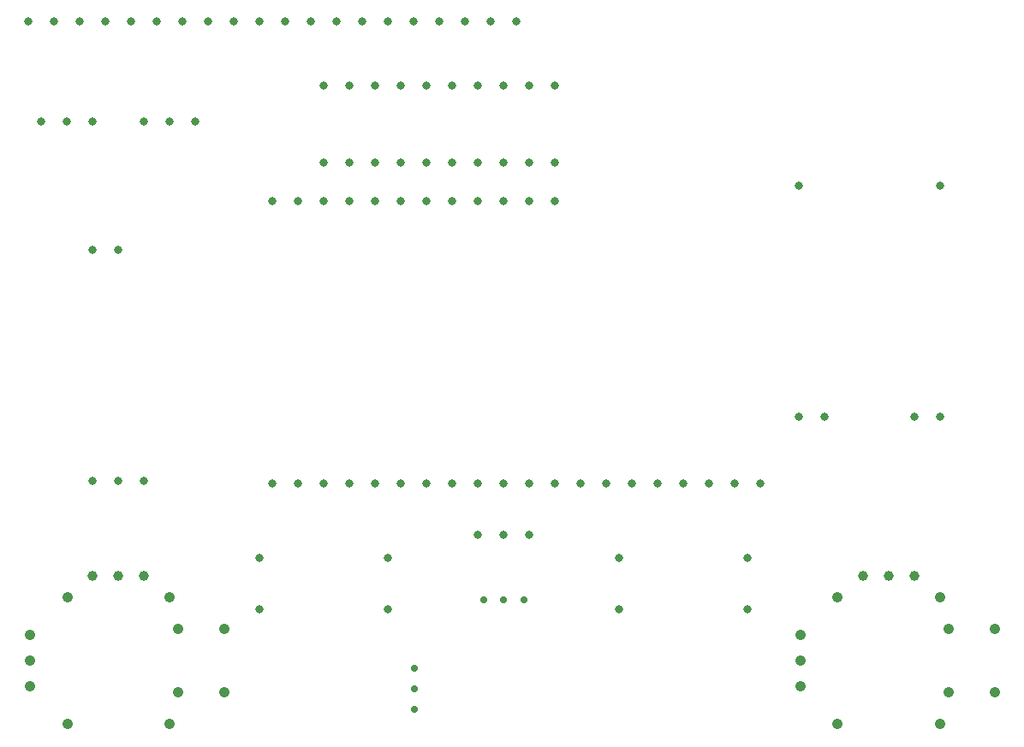
<source format=gbr>
%TF.GenerationSoftware,KiCad,Pcbnew,9.0.0*%
%TF.CreationDate,2025-03-09T03:32:06-07:00*%
%TF.ProjectId,remote,72656d6f-7465-42e6-9b69-6361645f7063,v0.1*%
%TF.SameCoordinates,Original*%
%TF.FileFunction,Plated,1,2,PTH,Drill*%
%TF.FilePolarity,Positive*%
%FSLAX46Y46*%
G04 Gerber Fmt 4.6, Leading zero omitted, Abs format (unit mm)*
G04 Created by KiCad (PCBNEW 9.0.0) date 2025-03-09 03:32:06*
%MOMM*%
%LPD*%
G01*
G04 APERTURE LIST*
%TA.AperFunction,ComponentDrill*%
%ADD10C,0.700000*%
%TD*%
%TA.AperFunction,ComponentDrill*%
%ADD11C,0.800000*%
%TD*%
%TA.AperFunction,ComponentDrill*%
%ADD12C,1.000000*%
%TD*%
%TA.AperFunction,ComponentDrill*%
%ADD13C,1.050000*%
%TD*%
G04 APERTURE END LIST*
D10*
%TO.C,MINI_THUNSTICK1*%
X61069000Y-88189000D03*
X61069000Y-90189000D03*
X61069000Y-92189000D03*
X67869000Y-81389000D03*
X69869000Y-81389000D03*
X71869000Y-81389000D03*
D11*
%TO.C,RGB_LED1*%
X22879000Y-24149000D03*
%TO.C,ON_OFF_SWITCH1*%
X24149000Y-34060058D03*
%TO.C,RGB_LED1*%
X25419000Y-24149000D03*
%TO.C,ON_OFF_SWITCH1*%
X26689000Y-34060058D03*
%TO.C,RGB_LED1*%
X27959000Y-24149000D03*
%TO.C,ON_OFF_SWITCH1*%
X29229000Y-34060058D03*
%TO.C,5V_DC_DC_CONVERTER1*%
X29229000Y-46760058D03*
X29229000Y-69620058D03*
%TO.C,RGB_LED1*%
X30499000Y-24149000D03*
%TO.C,5V_DC_DC_CONVERTER1*%
X31769000Y-46760058D03*
X31769000Y-69620058D03*
%TO.C,RGB_LED2*%
X33039000Y-24149000D03*
%TO.C,UWB_SELECTOR1*%
X34309000Y-34060058D03*
%TO.C,5V_DC_DC_CONVERTER1*%
X34309000Y-69620058D03*
%TO.C,RGB_LED2*%
X35579000Y-24149000D03*
%TO.C,UWB_SELECTOR1*%
X36849000Y-34060058D03*
%TO.C,RGB_LED2*%
X38119000Y-24149000D03*
%TO.C,UWB_SELECTOR1*%
X39389000Y-34060058D03*
%TO.C,RGB_LED2*%
X40659000Y-24149000D03*
%TO.C,RGB_LED3*%
X43199000Y-24149000D03*
%TO.C,BUTTON2*%
X45709000Y-77240058D03*
X45709000Y-82320058D03*
%TO.C,RGB_LED3*%
X45739000Y-24149000D03*
%TO.C,ESP32_UWB1*%
X47009000Y-41929000D03*
X47009000Y-69869000D03*
%TO.C,RGB_LED3*%
X48279000Y-24149000D03*
%TO.C,ESP32_UWB1*%
X49549000Y-41929000D03*
X49549000Y-69869000D03*
%TO.C,RGB_LED3*%
X50819000Y-24149000D03*
%TO.C,R1*%
X52089000Y-30499000D03*
X52089000Y-38119000D03*
%TO.C,ESP32_UWB1*%
X52089000Y-41929000D03*
X52089000Y-69869000D03*
%TO.C,RGB_LED4*%
X53359000Y-24149000D03*
%TO.C,R2*%
X54629000Y-30499000D03*
X54629000Y-38119000D03*
%TO.C,ESP32_UWB1*%
X54629000Y-41929000D03*
X54629000Y-69869000D03*
%TO.C,RGB_LED4*%
X55899000Y-24149000D03*
%TO.C,R3*%
X57169000Y-30499000D03*
X57169000Y-38119000D03*
%TO.C,ESP32_UWB1*%
X57169000Y-41929000D03*
X57169000Y-69869000D03*
%TO.C,BUTTON2*%
X58409000Y-77240058D03*
X58409000Y-82320058D03*
%TO.C,RGB_LED4*%
X58439000Y-24149000D03*
%TO.C,R4*%
X59709000Y-30499000D03*
X59709000Y-38119000D03*
%TO.C,ESP32_UWB1*%
X59709000Y-41929000D03*
X59709000Y-69869000D03*
%TO.C,RGB_LED4*%
X60979000Y-24149000D03*
%TO.C,R5*%
X62249000Y-30499000D03*
X62249000Y-38119000D03*
%TO.C,ESP32_UWB1*%
X62249000Y-41929000D03*
X62249000Y-69869000D03*
%TO.C,RGB_LED5*%
X63519000Y-24149000D03*
%TO.C,R6*%
X64789000Y-30499000D03*
X64789000Y-38119000D03*
%TO.C,ESP32_UWB1*%
X64789000Y-41929000D03*
X64789000Y-69869000D03*
%TO.C,RGB_LED5*%
X66059000Y-24149000D03*
%TO.C,R7*%
X67329000Y-30499000D03*
X67329000Y-38119000D03*
%TO.C,ESP32_UWB1*%
X67329000Y-41929000D03*
X67329000Y-69869000D03*
%TO.C,LOCK_SWITCH1*%
X67329000Y-74949000D03*
%TO.C,RGB_LED5*%
X68599000Y-24149000D03*
%TO.C,R8*%
X69869000Y-30499000D03*
X69869000Y-38119000D03*
%TO.C,ESP32_UWB1*%
X69869000Y-41929000D03*
X69869000Y-69869000D03*
%TO.C,LOCK_SWITCH1*%
X69869000Y-74949000D03*
%TO.C,RGB_LED5*%
X71139000Y-24149000D03*
%TO.C,R9*%
X72409000Y-30499000D03*
X72409000Y-38119000D03*
%TO.C,ESP32_UWB1*%
X72409000Y-41929000D03*
X72409000Y-69869000D03*
%TO.C,LOCK_SWITCH1*%
X72409000Y-74949000D03*
%TO.C,R10*%
X74949000Y-30499000D03*
X74949000Y-38119000D03*
%TO.C,ESP32_UWB1*%
X74949000Y-41929000D03*
X74949000Y-69869000D03*
X77489000Y-69869000D03*
X80029000Y-69869000D03*
%TO.C,BUTTON1*%
X81269000Y-77240058D03*
X81269000Y-82320058D03*
%TO.C,ESP32_UWB1*%
X82569000Y-69869000D03*
X85109000Y-69869000D03*
X87649000Y-69869000D03*
X90189000Y-69869000D03*
X92729000Y-69869000D03*
%TO.C,BUTTON1*%
X93969000Y-77240058D03*
X93969000Y-82320058D03*
%TO.C,ESP32_UWB1*%
X95269000Y-69869000D03*
%TO.C,3.7V_BATTERY_CHARGER1*%
X99079000Y-40410058D03*
X99079000Y-63270058D03*
X101619000Y-63270058D03*
X110509000Y-63270058D03*
X113049000Y-40410058D03*
X113049000Y-63270058D03*
D12*
%TO.C,THUMBSTICK2*%
X29229000Y-79000058D03*
X31769000Y-79000058D03*
X34309000Y-79000058D03*
%TO.C,THUMBSTICK1*%
X105399000Y-79000058D03*
X107939000Y-79000058D03*
X110479000Y-79000058D03*
D13*
%TO.C,THUMBSTICK2*%
X23069000Y-84860058D03*
X23069000Y-87400058D03*
X23069000Y-89940058D03*
X26719000Y-81150058D03*
X26719000Y-93650058D03*
X36819000Y-81150058D03*
X36819000Y-93650058D03*
X37719000Y-84250058D03*
X37719000Y-90550058D03*
X42269000Y-84250058D03*
X42269000Y-90550058D03*
%TO.C,THUMBSTICK1*%
X99239000Y-84860058D03*
X99239000Y-87400058D03*
X99239000Y-89940058D03*
X102889000Y-81150058D03*
X102889000Y-93650058D03*
X112989000Y-81150058D03*
X112989000Y-93650058D03*
X113889000Y-84250058D03*
X113889000Y-90550058D03*
X118439000Y-84250058D03*
X118439000Y-90550058D03*
M02*

</source>
